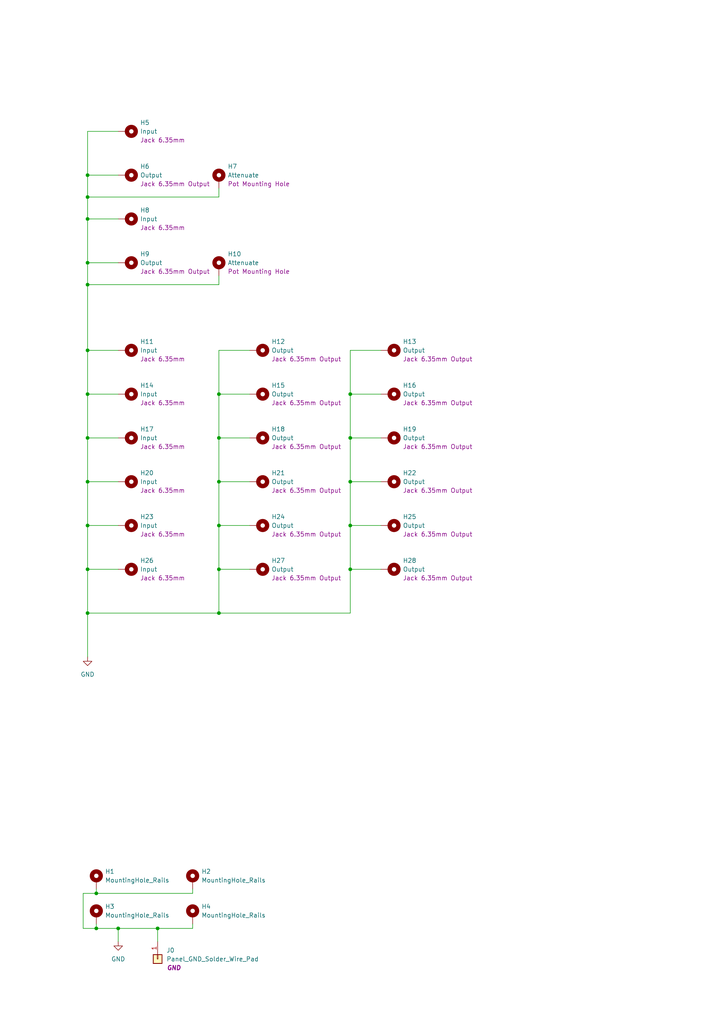
<source format=kicad_sch>
(kicad_sch (version 20250114) (generator "eeschema") (generator_version "9.0")
  (paper "A4" portrait)
  (title_block (title "Kosmo Format Front Panel - 5 cm") (company "DMH Instruments"))
  (lib_symbols
    (symbol "SynthStuff:MountingHole_Jack6.35mm_Output_v2" (pin_numbers (hide yes)) (pin_names (offset 1.016) (hide yes)) (exclude_from_sim yes) (in_bom no)
      (property "Reference" "H" (at 0 5.08 0))
      (property "Value" "SIGNAL NAME" (at 0 3.175 0))
      (property "Description" "Jack 6.35mm Output" (at 0.254 -3.302 0))
      (symbol "MountingHole_Jack6.35mm_Output_v2_0_1"
        (circle (center 0 0) (radius 1.27) (stroke (width 1.27)))
      )
      (symbol "MountingHole_Jack6.35mm_Output_v2_1_1"
        (pin input line (at -3.81 0 0) (length 2.54) (name "1") (number "1"))
      )
    )
    (symbol "SynthStuff:MountingHole_Jack6.35mm_v2" (pin_numbers (hide yes)) (pin_names (offset 1.016) (hide yes)) (exclude_from_sim yes) (in_bom no)
      (property "Reference" "H" (at 0 5.08 0))
      (property "Value" "SIGNAL NAME" (at 0 3.175 0))
      (property "Description" "Jack 6.35mm" (at 0 -3.048 0))
      (symbol "MountingHole_Jack6.35mm_v2_0_1"
        (circle (center 0 0) (radius 1.27) (stroke (width 1.27)))
      )
      (symbol "MountingHole_Jack6.35mm_v2_1_1"
        (pin input line (at -3.81 0 0) (length 2.54) (name "1") (number "1"))
      )
    )
    (symbol "SynthStuff:MountingHole_Pot" (pin_numbers (hide yes)) (pin_names (offset 1.016) (hide yes)) (exclude_from_sim yes)
      (property "Reference" "H" (at 0 6.35 0))
      (property "Value" "Function" (at 0 4.445 0))
      (property "Description" "Pot Mounting Hole" (at 0 0 0))
      (symbol "MountingHole_Pot_0_1"
        (circle (center 0 1.27) (radius 1.27) (stroke (width 1.27)))
      )
      (symbol "MountingHole_Pot_1_1"
        (pin input line (at 0 -2.54 90) (length 2.54) (name "1") (number "1"))
      )
    )
    (symbol "SynthStuff:MountingHole_Rails" (pin_numbers (hide yes)) (pin_names (offset 1.016) (hide yes)) (exclude_from_sim yes) (in_bom no)
      (property "Reference" "H" (at 0 6.35 0))
      (property "Value" "MountingHole_Rails" (at 0 4.445 0))
      (symbol "MountingHole_Rails_0_1"
        (circle (center 0 1.27) (radius 1.27) (stroke (width 1.27)))
      )
      (symbol "MountingHole_Rails_1_1"
        (pin input line (at 0 -2.54 90) (length 2.54) (name "1") (number "1"))
      )
    )
    (symbol "SynthStuff:Panel_GND_Solder_Wire_Pad" (pin_names (offset 1.016) (hide yes)) (in_bom no)
      (property "Reference" "J" (at 0 2.54 0))
      (property "Value" "Panel_GND_Solder_Wire_Pad" (at 0 -5.08 0))
      (property "Function" "Panel GND" (at 0 -2.794 0))
      (symbol "Panel_GND_Solder_Wire_Pad_1_1"
        (rectangle (start -1.27 1.27) (end 1.27 -1.27) (stroke (width 0.254)) (fill (type background)))
        (rectangle (start -1.27 0.127) (end 0 -0.127) (stroke (width 0.1524)))
        (pin power_out line (at -5.08 0 0) (length 3.81) (name "Pin_1") (number "1"))
      )
    )
    (symbol "power:GND" (power) (pin_numbers (hide yes)) (pin_names (offset 0) (hide yes))
      (property "Value" "GND" (at 0 -3.81 0))
      (symbol "GND_0_1"
        (polyline (pts (xy 0 0) (xy 0 -1.27) (xy 1.27 -1.27) (xy 0 -2.54) (xy -1.27 -1.27) (xy 0 -1.27)))
      )
      (symbol "GND_1_1"
        (pin power_in line (at 0 0 270) (length 0) (name "~") (number "1"))
      )
    )
  )
  (junction (at 63.5 152.4))
  (junction (at 25.4 114.3))
  (junction (at 25.4 177.8))
  (junction (at 34.29 269.24))
  (junction (at 101.6 127))
  (junction (at 25.4 63.5))
  (junction (at 45.72 269.24))
  (junction (at 101.6 165.1))
  (junction (at 25.4 127))
  (junction (at 25.4 82.55))
  (junction (at 25.4 139.7))
  (junction (at 63.5 127))
  (junction (at 101.6 139.7))
  (junction (at 25.4 76.2))
  (junction (at 27.94 269.24))
  (junction (at 25.4 165.1))
  (junction (at 63.5 165.1))
  (junction (at 25.4 101.6))
  (junction (at 101.6 114.3))
  (junction (at 63.5 139.7))
  (junction (at 27.94 259.08))
  (junction (at 25.4 152.4))
  (junction (at 63.5 114.3))
  (junction (at 25.4 50.8))
  (junction (at 63.5 177.8))
  (junction (at 25.4 57.15))
  (junction (at 101.6 152.4))
  (wire (pts (xy 25.4 152.4) (xy 34.29 152.4)))
  (wire (pts (xy 25.4 63.5) (xy 34.29 63.5)))
  (wire (pts (xy 101.6 114.3) (xy 110.49 114.3)))
  (wire (pts (xy 55.88 267.97) (xy 55.88 269.24)))
  (wire (pts (xy 101.6 114.3) (xy 101.6 127)))
  (wire (pts (xy 63.5 152.4) (xy 72.39 152.4)))
  (wire (pts (xy 27.94 259.08) (xy 55.88 259.08)))
  (wire (pts (xy 27.94 269.24) (xy 27.94 267.97)))
  (wire (pts (xy 25.4 57.15) (xy 63.5 57.15)))
  (wire (pts (xy 101.6 165.1) (xy 110.49 165.1)))
  (wire (pts (xy 24.13 269.24) (xy 27.94 269.24)))
  (wire (pts (xy 63.5 114.3) (xy 63.5 127)))
  (wire (pts (xy 63.5 101.6) (xy 63.5 114.3)))
  (wire (pts (xy 63.5 177.8) (xy 63.5 165.1)))
  (wire (pts (xy 25.4 127) (xy 34.29 127)))
  (wire (pts (xy 63.5 177.8) (xy 101.6 177.8)))
  (wire (pts (xy 101.6 152.4) (xy 101.6 165.1)))
  (wire (pts (xy 34.29 38.1) (xy 25.4 38.1)))
  (wire (pts (xy 63.5 139.7) (xy 72.39 139.7)))
  (wire (pts (xy 25.4 50.8) (xy 34.29 50.8)))
  (wire (pts (xy 63.5 114.3) (xy 72.39 114.3)))
  (wire (pts (xy 25.4 76.2) (xy 34.29 76.2)))
  (wire (pts (xy 25.4 127) (xy 25.4 139.7)))
  (wire (pts (xy 34.29 101.6) (xy 25.4 101.6)))
  (wire (pts (xy 25.4 63.5) (xy 25.4 76.2)))
  (wire (pts (xy 45.72 269.24) (xy 45.72 273.05)))
  (wire (pts (xy 34.29 269.24) (xy 34.29 273.05)))
  (wire (pts (xy 63.5 80.01) (xy 63.5 82.55)))
  (wire (pts (xy 72.39 165.1) (xy 63.5 165.1)))
  (wire (pts (xy 25.4 114.3) (xy 25.4 127)))
  (wire (pts (xy 63.5 54.61) (xy 63.5 57.15)))
  (wire (pts (xy 63.5 152.4) (xy 63.5 165.1)))
  (wire (pts (xy 25.4 38.1) (xy 25.4 50.8)))
  (wire (pts (xy 101.6 139.7) (xy 110.49 139.7)))
  (wire (pts (xy 24.13 259.08) (xy 24.13 269.24)))
  (wire (pts (xy 55.88 257.81) (xy 55.88 259.08)))
  (wire (pts (xy 101.6 127) (xy 101.6 139.7)))
  (wire (pts (xy 25.4 152.4) (xy 25.4 165.1)))
  (wire (pts (xy 45.72 269.24) (xy 34.29 269.24)))
  (wire (pts (xy 25.4 165.1) (xy 34.29 165.1)))
  (wire (pts (xy 25.4 139.7) (xy 25.4 152.4)))
  (wire (pts (xy 25.4 50.8) (xy 25.4 57.15)))
  (wire (pts (xy 27.94 259.08) (xy 24.13 259.08)))
  (wire (pts (xy 25.4 165.1) (xy 25.4 177.8)))
  (wire (pts (xy 25.4 114.3) (xy 34.29 114.3)))
  (wire (pts (xy 101.6 152.4) (xy 110.49 152.4)))
  (wire (pts (xy 27.94 259.08) (xy 27.94 257.81)))
  (wire (pts (xy 110.49 101.6) (xy 101.6 101.6)))
  (wire (pts (xy 25.4 177.8) (xy 63.5 177.8)))
  (wire (pts (xy 101.6 177.8) (xy 101.6 165.1)))
  (wire (pts (xy 101.6 101.6) (xy 101.6 114.3)))
  (wire (pts (xy 63.5 127) (xy 72.39 127)))
  (wire (pts (xy 101.6 127) (xy 110.49 127)))
  (wire (pts (xy 72.39 101.6) (xy 63.5 101.6)))
  (wire (pts (xy 63.5 82.55) (xy 25.4 82.55)))
  (wire (pts (xy 101.6 139.7) (xy 101.6 152.4)))
  (wire (pts (xy 55.88 269.24) (xy 45.72 269.24)))
  (wire (pts (xy 25.4 82.55) (xy 25.4 76.2)))
  (wire (pts (xy 34.29 269.24) (xy 27.94 269.24)))
  (wire (pts (xy 25.4 82.55) (xy 25.4 101.6)))
  (wire (pts (xy 25.4 101.6) (xy 25.4 114.3)))
  (wire (pts (xy 25.4 177.8) (xy 25.4 190.5)))
  (wire (pts (xy 25.4 57.15) (xy 25.4 63.5)))
  (wire (pts (xy 25.4 139.7) (xy 34.29 139.7)))
  (wire (pts (xy 63.5 127) (xy 63.5 139.7)))
  (wire (pts (xy 63.5 139.7) (xy 63.5 152.4)))
  (symbol (lib_id "SynthStuff:MountingHole_Jack6.35mm_Output_v2") (at 114.3 139.7 0) (unit 1) (in_bom no)
    (property "Reference" "H22" (at 116.84 137.1599 0) (effects (justify left)))
    (property "Value" "Output" (at 116.84 139.6999 0) (effects (justify left)))
    (property "Footprint" "SynthStuff:Jack_6.35mm_Cutout_Output_v6" (effects (hide yes)))
    (property "Description" "Jack 6.35mm Output" (at 116.84 142.2399 0) (effects (justify left)))
  )
  (symbol (lib_id "SynthStuff:MountingHole_Rails") (at 55.88 255.27 0) (unit 1) (in_bom no)
    (property "Reference" "H2" (at 58.42 252.7299 0) (effects (justify left)))
    (property "Value" "MountingHole_Rails" (at 58.42 255.2699 0) (effects (justify left)))
    (property "Footprint" "SynthStuff:MountingHole_Rails" (effects (hide yes)))
    (property "Description" "Mounting Hole with connection" (effects (hide yes)))
  )
  (symbol (lib_id "SynthStuff:MountingHole_Jack6.35mm_Output_v2") (at 114.3 101.6 0) (unit 1) (in_bom no)
    (property "Reference" "H13" (at 116.84 99.0599 0) (effects (justify left)))
    (property "Value" "Output" (at 116.84 101.5999 0) (effects (justify left)))
    (property "Footprint" "SynthStuff:Jack_6.35mm_Cutout_Output_v6" (effects (hide yes)))
    (property "Description" "Jack 6.35mm Output" (at 116.84 104.1399 0) (effects (justify left)))
  )
  (symbol (lib_id "SynthStuff:MountingHole_Jack6.35mm_v2") (at 38.1 114.3 0) (unit 1) (in_bom no)
    (property "Reference" "H14" (at 40.64 111.7599 0) (effects (justify left)))
    (property "Value" "Input" (at 40.64 114.2999 0) (effects (justify left)))
    (property "Footprint" "SynthStuff:Jack_6.35mm_Cutout_v3" (effects (hide yes)))
    (property "Description" "Jack 6.35mm" (at 40.64 116.8399 0) (effects (justify left)))
  )
  (symbol (lib_id "SynthStuff:MountingHole_Jack6.35mm_v2") (at 38.1 63.5 0) (unit 1) (in_bom no)
    (property "Reference" "H8" (at 40.64 60.9599 0) (effects (justify left)))
    (property "Value" "Input" (at 40.64 63.4999 0) (effects (justify left)))
    (property "Footprint" "SynthStuff:Jack_6.35mm_Cutout_v3" (effects (hide yes)))
    (property "Description" "Jack 6.35mm" (at 40.64 66.0399 0) (effects (justify left)))
  )
  (symbol (lib_id "SynthStuff:MountingHole_Jack6.35mm_v2") (at 38.1 139.7 0) (unit 1) (in_bom no)
    (property "Reference" "H20" (at 40.64 137.1599 0) (effects (justify left)))
    (property "Value" "Input" (at 40.64 139.6999 0) (effects (justify left)))
    (property "Footprint" "SynthStuff:Jack_6.35mm_Cutout_v3" (effects (hide yes)))
    (property "Description" "Jack 6.35mm" (at 40.64 142.2399 0) (effects (justify left)))
  )
  (symbol (lib_id "SynthStuff:MountingHole_Jack6.35mm_Output_v2") (at 114.3 165.1 0) (unit 1) (in_bom no)
    (property "Reference" "H28" (at 116.84 162.5599 0) (effects (justify left)))
    (property "Value" "Output" (at 116.84 165.0999 0) (effects (justify left)))
    (property "Footprint" "SynthStuff:Jack_6.35mm_Cutout_Output_v6" (effects (hide yes)))
    (property "Description" "Jack 6.35mm Output" (at 116.84 167.6399 0) (effects (justify left)))
  )
  (symbol (lib_id "SynthStuff:MountingHole_Jack6.35mm_Output_v2") (at 114.3 114.3 0) (unit 1) (in_bom no)
    (property "Reference" "H16" (at 116.84 111.7599 0) (effects (justify left)))
    (property "Value" "Output" (at 116.84 114.2999 0) (effects (justify left)))
    (property "Footprint" "SynthStuff:Jack_6.35mm_Cutout_Output_v6" (effects (hide yes)))
    (property "Description" "Jack 6.35mm Output" (at 116.84 116.8399 0) (effects (justify left)))
  )
  (symbol (lib_id "SynthStuff:MountingHole_Jack6.35mm_Output_v2") (at 76.2 127 0) (unit 1) (in_bom no)
    (property "Reference" "H18" (at 78.74 124.4599 0) (effects (justify left)))
    (property "Value" "Output" (at 78.74 126.9999 0) (effects (justify left)))
    (property "Footprint" "SynthStuff:Jack_6.35mm_Cutout_Output_v6" (effects (hide yes)))
    (property "Description" "Jack 6.35mm Output" (at 78.74 129.5399 0) (effects (justify left)))
  )
  (symbol (lib_id "SynthStuff:MountingHole_Jack6.35mm_Output_v2") (at 76.2 114.3 0) (unit 1) (in_bom no)
    (property "Reference" "H15" (at 78.74 111.7599 0) (effects (justify left)))
    (property "Value" "Output" (at 78.74 114.2999 0) (effects (justify left)))
    (property "Footprint" "SynthStuff:Jack_6.35mm_Cutout_Output_v6" (effects (hide yes)))
    (property "Description" "Jack 6.35mm Output" (at 78.74 116.8399 0) (effects (justify left)))
  )
  (symbol (lib_id "SynthStuff:MountingHole_Jack6.35mm_Output_v2") (at 76.2 165.1 0) (unit 1) (in_bom no)
    (property "Reference" "H27" (at 78.74 162.5599 0) (effects (justify left)))
    (property "Value" "Output" (at 78.74 165.0999 0) (effects (justify left)))
    (property "Footprint" "SynthStuff:Jack_6.35mm_Cutout_Output_v6" (effects (hide yes)))
    (property "Description" "Jack 6.35mm Output" (at 78.74 167.6399 0) (effects (justify left)))
  )
  (symbol (lib_id "power:GND") (at 34.29 273.05 0) (unit 1)
    (property "Reference" "#PWR01" (effects (hide yes)))
    (property "Value" "GND" (at 34.29 278.13 0))
    (property "Description" "Power symbol creates a global label with name \"GND\" , ground" (effects (hide yes)))
  )
  (symbol (lib_id "SynthStuff:MountingHole_Jack6.35mm_v2") (at 38.1 101.6 0) (unit 1) (in_bom no)
    (property "Reference" "H11" (at 40.64 99.0599 0) (effects (justify left)))
    (property "Value" "Input" (at 40.64 101.5999 0) (effects (justify left)))
    (property "Footprint" "SynthStuff:Jack_6.35mm_Cutout_v3" (effects (hide yes)))
    (property "Description" "Jack 6.35mm" (at 40.64 104.1399 0) (effects (justify left)))
  )
  (symbol (lib_id "SynthStuff:MountingHole_Jack6.35mm_v2") (at 38.1 38.1 0) (unit 1) (in_bom no)
    (property "Reference" "H5" (at 40.64 35.5599 0) (effects (justify left)))
    (property "Value" "Input" (at 40.64 38.0999 0) (effects (justify left)))
    (property "Footprint" "SynthStuff:Jack_6.35mm_Cutout_v3" (effects (hide yes)))
    (property "Description" "Jack 6.35mm" (at 40.64 40.6399 0) (effects (justify left)))
  )
  (symbol (lib_id "SynthStuff:MountingHole_Pot") (at 63.5 77.47 0) (unit 1)
    (property "Reference" "H10" (at 66.04 73.6599 0) (effects (justify left)))
    (property "Value" "Attenuate" (at 66.04 76.1999 0) (effects (justify left)))
    (property "Footprint" "SynthStuff:Pot_Cutout_Small_attv_P110KH1" (effects (hide yes)))
    (property "Description" "Pot Mounting Hole" (at 66.04 78.7399 0) (effects (justify left)))
  )
  (symbol (lib_id "SynthStuff:MountingHole_Jack6.35mm_Output_v2") (at 76.2 139.7 0) (unit 1) (in_bom no)
    (property "Reference" "H21" (at 78.74 137.1599 0) (effects (justify left)))
    (property "Value" "Output" (at 78.74 139.6999 0) (effects (justify left)))
    (property "Footprint" "SynthStuff:Jack_6.35mm_Cutout_Output_v6" (effects (hide yes)))
    (property "Description" "Jack 6.35mm Output" (at 78.74 142.2399 0) (effects (justify left)))
  )
  (symbol (lib_id "SynthStuff:MountingHole_Jack6.35mm_Output_v2") (at 76.2 152.4 0) (unit 1) (in_bom no)
    (property "Reference" "H24" (at 78.74 149.8599 0) (effects (justify left)))
    (property "Value" "Output" (at 78.74 152.3999 0) (effects (justify left)))
    (property "Footprint" "SynthStuff:Jack_6.35mm_Cutout_Output_v6" (effects (hide yes)))
    (property "Description" "Jack 6.35mm Output" (at 78.74 154.9399 0) (effects (justify left)))
  )
  (symbol (lib_id "SynthStuff:MountingHole_Rails") (at 27.94 265.43 0) (unit 1) (in_bom no)
    (property "Reference" "H3" (at 30.48 262.8899 0) (effects (justify left)))
    (property "Value" "MountingHole_Rails" (at 30.48 265.4299 0) (effects (justify left)))
    (property "Footprint" "SynthStuff:MountingHole_Rails" (effects (hide yes)))
    (property "Description" "Mounting Hole with connection" (effects (hide yes)))
  )
  (symbol (lib_id "SynthStuff:MountingHole_Pot") (at 63.5 52.07 0) (unit 1)
    (property "Reference" "H7" (at 66.04 48.2599 0) (effects (justify left)))
    (property "Value" "Attenuate" (at 66.04 50.7999 0) (effects (justify left)))
    (property "Footprint" "SynthStuff:Pot_Cutout_Small_attv_P110KH1" (effects (hide yes)))
    (property "Description" "Pot Mounting Hole" (at 66.04 53.3399 0) (effects (justify left)))
  )
  (symbol (lib_id "SynthStuff:MountingHole_Jack6.35mm_v2") (at 38.1 152.4 0) (unit 1) (in_bom no)
    (property "Reference" "H23" (at 40.64 149.8599 0) (effects (justify left)))
    (property "Value" "Input" (at 40.64 152.3999 0) (effects (justify left)))
    (property "Footprint" "SynthStuff:Jack_6.35mm_Cutout_v3" (effects (hide yes)))
    (property "Description" "Jack 6.35mm" (at 40.64 154.9399 0) (effects (justify left)))
  )
  (symbol (lib_id "power:GND") (at 25.4 190.5 0) (unit 1)
    (property "Reference" "#PWR02" (effects (hide yes)))
    (property "Value" "GND" (at 25.4 195.58 0))
    (property "Description" "Power symbol creates a global label with name \"GND\" , ground" (effects (hide yes)))
  )
  (symbol (lib_id "SynthStuff:MountingHole_Jack6.35mm_Output_v2") (at 38.1 50.8 0) (unit 1) (in_bom no)
    (property "Reference" "H6" (at 40.64 48.2599 0) (effects (justify left)))
    (property "Value" "Output" (at 40.64 50.7999 0) (effects (justify left)))
    (property "Footprint" "SynthStuff:Jack_6.35mm_Cutout_Output_v6" (effects (hide yes)))
    (property "Description" "Jack 6.35mm Output" (at 40.64 53.3399 0) (effects (justify left)))
  )
  (symbol (lib_id "SynthStuff:MountingHole_Jack6.35mm_Output_v2") (at 114.3 152.4 0) (unit 1) (in_bom no)
    (property "Reference" "H25" (at 116.84 149.8599 0) (effects (justify left)))
    (property "Value" "Output" (at 116.84 152.3999 0) (effects (justify left)))
    (property "Footprint" "SynthStuff:Jack_6.35mm_Cutout_Output_v6" (effects (hide yes)))
    (property "Description" "Jack 6.35mm Output" (at 116.84 154.9399 0) (effects (justify left)))
  )
  (symbol (lib_id "SynthStuff:MountingHole_Jack6.35mm_Output_v2") (at 76.2 101.6 0) (unit 1) (in_bom no)
    (property "Reference" "H12" (at 78.74 99.0599 0) (effects (justify left)))
    (property "Value" "Output" (at 78.74 101.5999 0) (effects (justify left)))
    (property "Footprint" "SynthStuff:Jack_6.35mm_Cutout_Output_v6" (effects (hide yes)))
    (property "Description" "Jack 6.35mm Output" (at 78.74 104.1399 0) (effects (justify left)))
  )
  (symbol (lib_id "SynthStuff:MountingHole_Jack6.35mm_v2") (at 38.1 127 0) (unit 1) (in_bom no)
    (property "Reference" "H17" (at 40.64 124.4599 0) (effects (justify left)))
    (property "Value" "Input" (at 40.64 126.9999 0) (effects (justify left)))
    (property "Footprint" "SynthStuff:Jack_6.35mm_Cutout_v3" (effects (hide yes)))
    (property "Description" "Jack 6.35mm" (at 40.64 129.5399 0) (effects (justify left)))
  )
  (symbol (lib_id "SynthStuff:MountingHole_Jack6.35mm_Output_v2") (at 114.3 127 0) (unit 1) (in_bom no)
    (property "Reference" "H19" (at 116.84 124.4599 0) (effects (justify left)))
    (property "Value" "Output" (at 116.84 126.9999 0) (effects (justify left)))
    (property "Footprint" "SynthStuff:Jack_6.35mm_Cutout_Output_v6" (effects (hide yes)))
    (property "Description" "Jack 6.35mm Output" (at 116.84 129.5399 0) (effects (justify left)))
  )
  (symbol (lib_id "SynthStuff:MountingHole_Jack6.35mm_Output_v2") (at 38.1 76.2 0) (unit 1) (in_bom no)
    (property "Reference" "H9" (at 40.64 73.6599 0) (effects (justify left)))
    (property "Value" "Output" (at 40.64 76.1999 0) (effects (justify left)))
    (property "Footprint" "SynthStuff:Jack_6.35mm_Cutout_Output_v6" (effects (hide yes)))
    (property "Description" "Jack 6.35mm Output" (at 40.64 78.7399 0) (effects (justify left)))
  )
  (symbol (lib_id "SynthStuff:MountingHole_Rails") (at 55.88 265.43 0) (unit 1) (in_bom no)
    (property "Reference" "H4" (at 58.42 262.8899 0) (effects (justify left)))
    (property "Value" "MountingHole_Rails" (at 58.42 265.4299 0) (effects (justify left)))
    (property "Footprint" "SynthStuff:MountingHole_Rails" (effects (hide yes)))
    (property "Description" "Mounting Hole with connection" (effects (hide yes)))
  )
  (symbol (lib_id "SynthStuff:Panel_GND_Solder_Wire_Pad") (at 45.72 278.13 270) (unit 1) (in_bom no)
    (property "Reference" "J0" (at 48.26 275.5899 90) (effects (justify left)))
    (property "Value" "Panel_GND_Solder_Wire_Pad" (at 48.26 278.1299 90) (effects (justify left)))
    (property "Footprint" "SynthStuff:Panel_GND_SolderWirePad_5x10mm" (effects (hide yes)))
    (property "Description" "Solder pad to allow connection between PCB and Front Panel" (effects (hide yes)))
    (property "Function" "GND" (at 48.26 280.67 90) (effects (font (thickness 0.254) (bold yes) (italic yes)) (justify left)))
  )
  (symbol (lib_id "SynthStuff:MountingHole_Jack6.35mm_v2") (at 38.1 165.1 0) (unit 1) (in_bom no)
    (property "Reference" "H26" (at 40.64 162.5599 0) (effects (justify left)))
    (property "Value" "Input" (at 40.64 165.0999 0) (effects (justify left)))
    (property "Footprint" "SynthStuff:Jack_6.35mm_Cutout_v3" (effects (hide yes)))
    (property "Description" "Jack 6.35mm" (at 40.64 167.6399 0) (effects (justify left)))
  )
  (symbol (lib_id "SynthStuff:MountingHole_Rails") (at 27.94 255.27 0) (unit 1) (in_bom no)
    (property "Reference" "H1" (at 30.48 252.7299 0) (effects (justify left)))
    (property "Value" "MountingHole_Rails" (at 30.48 255.2699 0) (effects (justify left)))
    (property "Footprint" "SynthStuff:MountingHole_Rails" (effects (hide yes)))
    (property "Description" "Mounting Hole with connection" (effects (hide yes)))
  )
)
</source>
